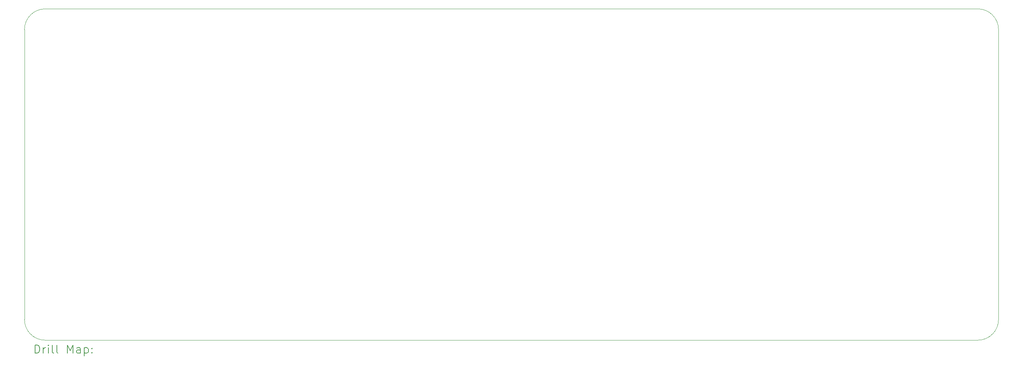
<source format=gbr>
%TF.GenerationSoftware,KiCad,Pcbnew,(6.0.11)*%
%TF.CreationDate,2023-10-28T11:13:06-04:00*%
%TF.ProjectId,front-panel.processor,66726f6e-742d-4706-916e-656c2e70726f,rev?*%
%TF.SameCoordinates,Original*%
%TF.FileFunction,Drillmap*%
%TF.FilePolarity,Positive*%
%FSLAX45Y45*%
G04 Gerber Fmt 4.5, Leading zero omitted, Abs format (unit mm)*
G04 Created by KiCad (PCBNEW (6.0.11)) date 2023-10-28 11:13:06*
%MOMM*%
%LPD*%
G01*
G04 APERTURE LIST*
%ADD10C,0.050000*%
%ADD11C,0.200000*%
G04 APERTURE END LIST*
D10*
X4000000Y-23000000D02*
X26500000Y-23000000D01*
X3500000Y-15500000D02*
X3500000Y-22500000D01*
X26500000Y-15000000D02*
X4000000Y-15000000D01*
X27000000Y-22500000D02*
X27000000Y-15500000D01*
X27000000Y-15500000D02*
G75*
G03*
X26500000Y-15000000I-500000J0D01*
G01*
X3500000Y-22500000D02*
G75*
G03*
X4000000Y-23000000I500000J0D01*
G01*
X4000000Y-15000000D02*
G75*
G03*
X3500000Y-15500000I0J-500000D01*
G01*
X26500000Y-23000000D02*
G75*
G03*
X27000000Y-22500000I0J500000D01*
G01*
D11*
X3755119Y-23312976D02*
X3755119Y-23112976D01*
X3802738Y-23112976D01*
X3831309Y-23122500D01*
X3850357Y-23141548D01*
X3859881Y-23160595D01*
X3869405Y-23198690D01*
X3869405Y-23227262D01*
X3859881Y-23265357D01*
X3850357Y-23284405D01*
X3831309Y-23303452D01*
X3802738Y-23312976D01*
X3755119Y-23312976D01*
X3955119Y-23312976D02*
X3955119Y-23179643D01*
X3955119Y-23217738D02*
X3964643Y-23198690D01*
X3974167Y-23189167D01*
X3993214Y-23179643D01*
X4012262Y-23179643D01*
X4078928Y-23312976D02*
X4078928Y-23179643D01*
X4078928Y-23112976D02*
X4069405Y-23122500D01*
X4078928Y-23132024D01*
X4088452Y-23122500D01*
X4078928Y-23112976D01*
X4078928Y-23132024D01*
X4202738Y-23312976D02*
X4183690Y-23303452D01*
X4174167Y-23284405D01*
X4174167Y-23112976D01*
X4307500Y-23312976D02*
X4288452Y-23303452D01*
X4278929Y-23284405D01*
X4278929Y-23112976D01*
X4536071Y-23312976D02*
X4536071Y-23112976D01*
X4602738Y-23255833D01*
X4669405Y-23112976D01*
X4669405Y-23312976D01*
X4850357Y-23312976D02*
X4850357Y-23208214D01*
X4840833Y-23189167D01*
X4821786Y-23179643D01*
X4783690Y-23179643D01*
X4764643Y-23189167D01*
X4850357Y-23303452D02*
X4831310Y-23312976D01*
X4783690Y-23312976D01*
X4764643Y-23303452D01*
X4755119Y-23284405D01*
X4755119Y-23265357D01*
X4764643Y-23246309D01*
X4783690Y-23236786D01*
X4831310Y-23236786D01*
X4850357Y-23227262D01*
X4945595Y-23179643D02*
X4945595Y-23379643D01*
X4945595Y-23189167D02*
X4964643Y-23179643D01*
X5002738Y-23179643D01*
X5021786Y-23189167D01*
X5031310Y-23198690D01*
X5040833Y-23217738D01*
X5040833Y-23274881D01*
X5031310Y-23293928D01*
X5021786Y-23303452D01*
X5002738Y-23312976D01*
X4964643Y-23312976D01*
X4945595Y-23303452D01*
X5126548Y-23293928D02*
X5136071Y-23303452D01*
X5126548Y-23312976D01*
X5117024Y-23303452D01*
X5126548Y-23293928D01*
X5126548Y-23312976D01*
X5126548Y-23189167D02*
X5136071Y-23198690D01*
X5126548Y-23208214D01*
X5117024Y-23198690D01*
X5126548Y-23189167D01*
X5126548Y-23208214D01*
M02*

</source>
